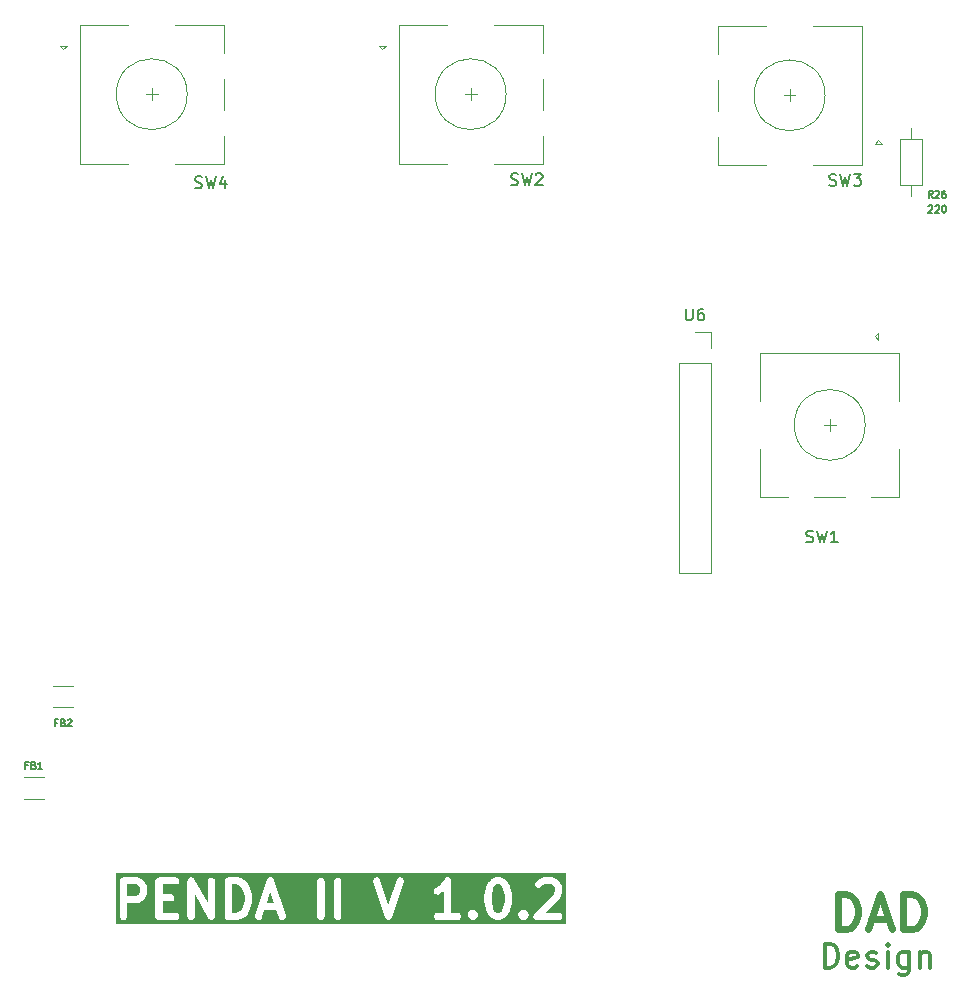
<source format=gbr>
%TF.GenerationSoftware,KiCad,Pcbnew,9.0.1*%
%TF.CreationDate,2025-05-23T09:46:46+02:00*%
%TF.ProjectId,PENDAII-Hardware,50454e44-4149-4492-9d48-617264776172,rev?*%
%TF.SameCoordinates,Original*%
%TF.FileFunction,Legend,Top*%
%TF.FilePolarity,Positive*%
%FSLAX46Y46*%
G04 Gerber Fmt 4.6, Leading zero omitted, Abs format (unit mm)*
G04 Created by KiCad (PCBNEW 9.0.1) date 2025-05-23 09:46:46*
%MOMM*%
%LPD*%
G01*
G04 APERTURE LIST*
%ADD10C,0.300000*%
%ADD11C,0.600000*%
%ADD12C,0.150000*%
%ADD13C,0.120000*%
G04 APERTURE END LIST*
D10*
X111973558Y-116439638D02*
X111973558Y-114439638D01*
X111973558Y-114439638D02*
X112449748Y-114439638D01*
X112449748Y-114439638D02*
X112735463Y-114534876D01*
X112735463Y-114534876D02*
X112925939Y-114725352D01*
X112925939Y-114725352D02*
X113021177Y-114915828D01*
X113021177Y-114915828D02*
X113116415Y-115296780D01*
X113116415Y-115296780D02*
X113116415Y-115582495D01*
X113116415Y-115582495D02*
X113021177Y-115963447D01*
X113021177Y-115963447D02*
X112925939Y-116153923D01*
X112925939Y-116153923D02*
X112735463Y-116344400D01*
X112735463Y-116344400D02*
X112449748Y-116439638D01*
X112449748Y-116439638D02*
X111973558Y-116439638D01*
X114735463Y-116344400D02*
X114544987Y-116439638D01*
X114544987Y-116439638D02*
X114164034Y-116439638D01*
X114164034Y-116439638D02*
X113973558Y-116344400D01*
X113973558Y-116344400D02*
X113878320Y-116153923D01*
X113878320Y-116153923D02*
X113878320Y-115392019D01*
X113878320Y-115392019D02*
X113973558Y-115201542D01*
X113973558Y-115201542D02*
X114164034Y-115106304D01*
X114164034Y-115106304D02*
X114544987Y-115106304D01*
X114544987Y-115106304D02*
X114735463Y-115201542D01*
X114735463Y-115201542D02*
X114830701Y-115392019D01*
X114830701Y-115392019D02*
X114830701Y-115582495D01*
X114830701Y-115582495D02*
X113878320Y-115772971D01*
X115592606Y-116344400D02*
X115783082Y-116439638D01*
X115783082Y-116439638D02*
X116164034Y-116439638D01*
X116164034Y-116439638D02*
X116354511Y-116344400D01*
X116354511Y-116344400D02*
X116449749Y-116153923D01*
X116449749Y-116153923D02*
X116449749Y-116058685D01*
X116449749Y-116058685D02*
X116354511Y-115868209D01*
X116354511Y-115868209D02*
X116164034Y-115772971D01*
X116164034Y-115772971D02*
X115878320Y-115772971D01*
X115878320Y-115772971D02*
X115687844Y-115677733D01*
X115687844Y-115677733D02*
X115592606Y-115487257D01*
X115592606Y-115487257D02*
X115592606Y-115392019D01*
X115592606Y-115392019D02*
X115687844Y-115201542D01*
X115687844Y-115201542D02*
X115878320Y-115106304D01*
X115878320Y-115106304D02*
X116164034Y-115106304D01*
X116164034Y-115106304D02*
X116354511Y-115201542D01*
X117306892Y-116439638D02*
X117306892Y-115106304D01*
X117306892Y-114439638D02*
X117211654Y-114534876D01*
X117211654Y-114534876D02*
X117306892Y-114630114D01*
X117306892Y-114630114D02*
X117402130Y-114534876D01*
X117402130Y-114534876D02*
X117306892Y-114439638D01*
X117306892Y-114439638D02*
X117306892Y-114630114D01*
X119116416Y-115106304D02*
X119116416Y-116725352D01*
X119116416Y-116725352D02*
X119021178Y-116915828D01*
X119021178Y-116915828D02*
X118925940Y-117011066D01*
X118925940Y-117011066D02*
X118735463Y-117106304D01*
X118735463Y-117106304D02*
X118449749Y-117106304D01*
X118449749Y-117106304D02*
X118259273Y-117011066D01*
X119116416Y-116344400D02*
X118925940Y-116439638D01*
X118925940Y-116439638D02*
X118544987Y-116439638D01*
X118544987Y-116439638D02*
X118354511Y-116344400D01*
X118354511Y-116344400D02*
X118259273Y-116249161D01*
X118259273Y-116249161D02*
X118164035Y-116058685D01*
X118164035Y-116058685D02*
X118164035Y-115487257D01*
X118164035Y-115487257D02*
X118259273Y-115296780D01*
X118259273Y-115296780D02*
X118354511Y-115201542D01*
X118354511Y-115201542D02*
X118544987Y-115106304D01*
X118544987Y-115106304D02*
X118925940Y-115106304D01*
X118925940Y-115106304D02*
X119116416Y-115201542D01*
X120068797Y-115106304D02*
X120068797Y-116439638D01*
X120068797Y-115296780D02*
X120164035Y-115201542D01*
X120164035Y-115201542D02*
X120354511Y-115106304D01*
X120354511Y-115106304D02*
X120640226Y-115106304D01*
X120640226Y-115106304D02*
X120830702Y-115201542D01*
X120830702Y-115201542D02*
X120925940Y-115392019D01*
X120925940Y-115392019D02*
X120925940Y-116439638D01*
D11*
G36*
X62446967Y-109506724D02*
G01*
X62648180Y-109707936D01*
X62754536Y-109920649D01*
X62880450Y-110424303D01*
X62880450Y-110779010D01*
X62754536Y-111282664D01*
X62648180Y-111495377D01*
X62446966Y-111696590D01*
X62131767Y-111801657D01*
X61766164Y-111801657D01*
X61766164Y-109401657D01*
X62131767Y-109401657D01*
X62446967Y-109506724D01*
G37*
G36*
X84574169Y-109491070D02*
G01*
X84648179Y-109565079D01*
X84754535Y-109777792D01*
X84880449Y-110281446D01*
X84880449Y-110921867D01*
X84754535Y-111425521D01*
X84648179Y-111638234D01*
X84574169Y-111712244D01*
X84395343Y-111801657D01*
X84251269Y-111801657D01*
X84072443Y-111712244D01*
X83998433Y-111638234D01*
X83892076Y-111425520D01*
X83766163Y-110921867D01*
X83766163Y-110281446D01*
X83892076Y-109777791D01*
X83998432Y-109565079D01*
X84072442Y-109491070D01*
X84251269Y-109401657D01*
X84395343Y-109401657D01*
X84574169Y-109491070D01*
G37*
G36*
X65335651Y-110944514D02*
G01*
X64739535Y-110944514D01*
X65037592Y-110050340D01*
X65335651Y-110944514D01*
G37*
G36*
X53859885Y-109491070D02*
G01*
X53933894Y-109565079D01*
X54023307Y-109743905D01*
X54023307Y-110030837D01*
X53933894Y-110209663D01*
X53859885Y-110283671D01*
X53681058Y-110373085D01*
X52909021Y-110373085D01*
X52909021Y-109401657D01*
X53681058Y-109401657D01*
X53859885Y-109491070D01*
G37*
G36*
X90099496Y-112734990D02*
G01*
X51975688Y-112734990D01*
X51975688Y-109101657D01*
X52309021Y-109101657D01*
X52309021Y-112101657D01*
X52311588Y-112140815D01*
X52331857Y-112216462D01*
X52371015Y-112284285D01*
X52426393Y-112339663D01*
X52494216Y-112378821D01*
X52569863Y-112399090D01*
X52648179Y-112399090D01*
X52723826Y-112378821D01*
X52791649Y-112339663D01*
X52847027Y-112284285D01*
X52886185Y-112216462D01*
X52906454Y-112140815D01*
X52909021Y-112101657D01*
X52909021Y-110973085D01*
X53751878Y-110973085D01*
X53768054Y-110972024D01*
X53773144Y-110972330D01*
X53777739Y-110971389D01*
X53791036Y-110970518D01*
X53820249Y-110962690D01*
X53849870Y-110956629D01*
X53862148Y-110951464D01*
X53866683Y-110950249D01*
X53871102Y-110947697D01*
X53886042Y-110941413D01*
X54171757Y-110798556D01*
X54205633Y-110778748D01*
X54212393Y-110772753D01*
X54220221Y-110768234D01*
X54249725Y-110742360D01*
X54392582Y-110599503D01*
X54418456Y-110569999D01*
X54422975Y-110562171D01*
X54428970Y-110555411D01*
X54448778Y-110521535D01*
X54591635Y-110235821D01*
X54597919Y-110220881D01*
X54600471Y-110216462D01*
X54601686Y-110211927D01*
X54606851Y-110199649D01*
X54612912Y-110170027D01*
X54620740Y-110140815D01*
X54621611Y-110127519D01*
X54622552Y-110122924D01*
X54622246Y-110117834D01*
X54623307Y-110101657D01*
X54623307Y-109673085D01*
X54622246Y-109656907D01*
X54622552Y-109651818D01*
X54621611Y-109647222D01*
X54620740Y-109633927D01*
X54612912Y-109604714D01*
X54606851Y-109575093D01*
X54601686Y-109562814D01*
X54600471Y-109558280D01*
X54597919Y-109553860D01*
X54591635Y-109538921D01*
X54448778Y-109253207D01*
X54428970Y-109219331D01*
X54422975Y-109212570D01*
X54418456Y-109204743D01*
X54392582Y-109175239D01*
X54319000Y-109101657D01*
X55309021Y-109101657D01*
X55309021Y-112101657D01*
X55311588Y-112140815D01*
X55331857Y-112216462D01*
X55371015Y-112284285D01*
X55426393Y-112339663D01*
X55494216Y-112378821D01*
X55569863Y-112399090D01*
X55609021Y-112401657D01*
X57037593Y-112401657D01*
X57076751Y-112399090D01*
X57152398Y-112378821D01*
X57220221Y-112339663D01*
X57275599Y-112284285D01*
X57314757Y-112216462D01*
X57335026Y-112140815D01*
X57335026Y-112062499D01*
X57314757Y-111986852D01*
X57275599Y-111919029D01*
X57220221Y-111863651D01*
X57152398Y-111824493D01*
X57076751Y-111804224D01*
X57037593Y-111801657D01*
X55909021Y-111801657D01*
X55909021Y-110830228D01*
X56609021Y-110830228D01*
X56648179Y-110827661D01*
X56723826Y-110807392D01*
X56791649Y-110768234D01*
X56847027Y-110712856D01*
X56886185Y-110645033D01*
X56906454Y-110569386D01*
X56906454Y-110491070D01*
X56886185Y-110415423D01*
X56847027Y-110347600D01*
X56791649Y-110292222D01*
X56723826Y-110253064D01*
X56648179Y-110232795D01*
X56609021Y-110230228D01*
X55909021Y-110230228D01*
X55909021Y-109401657D01*
X57037593Y-109401657D01*
X57076751Y-109399090D01*
X57152398Y-109378821D01*
X57220221Y-109339663D01*
X57275599Y-109284285D01*
X57314757Y-109216462D01*
X57335026Y-109140815D01*
X57335026Y-109101657D01*
X58023307Y-109101657D01*
X58023307Y-112101657D01*
X58025874Y-112140815D01*
X58046143Y-112216462D01*
X58085301Y-112284285D01*
X58140679Y-112339663D01*
X58208502Y-112378821D01*
X58284149Y-112399090D01*
X58362465Y-112399090D01*
X58438112Y-112378821D01*
X58505935Y-112339663D01*
X58561313Y-112284285D01*
X58600471Y-112216462D01*
X58620740Y-112140815D01*
X58623307Y-112101657D01*
X58623307Y-110231326D01*
X59777120Y-112250498D01*
X59798776Y-112283223D01*
X59799249Y-112283701D01*
X59799587Y-112284285D01*
X59826787Y-112311485D01*
X59853906Y-112338847D01*
X59854489Y-112339187D01*
X59854965Y-112339663D01*
X59888379Y-112358954D01*
X59921555Y-112378306D01*
X59922201Y-112378482D01*
X59922788Y-112378821D01*
X59960049Y-112388804D01*
X59997111Y-112398913D01*
X59997785Y-112398916D01*
X59998435Y-112399090D01*
X60036829Y-112399090D01*
X60075426Y-112399262D01*
X60076080Y-112399090D01*
X60076751Y-112399090D01*
X60113946Y-112389123D01*
X60151162Y-112379329D01*
X60151744Y-112378996D01*
X60152398Y-112378821D01*
X60185851Y-112359506D01*
X60219160Y-112340473D01*
X60219637Y-112340000D01*
X60220221Y-112339663D01*
X60247479Y-112312404D01*
X60274783Y-112285343D01*
X60275121Y-112284762D01*
X60275599Y-112284285D01*
X60294918Y-112250822D01*
X60314242Y-112217695D01*
X60314418Y-112217048D01*
X60314757Y-112216462D01*
X60324748Y-112179171D01*
X60334849Y-112142138D01*
X60334852Y-112141464D01*
X60335026Y-112140815D01*
X60337593Y-112101657D01*
X60337593Y-109101657D01*
X61166164Y-109101657D01*
X61166164Y-112101657D01*
X61168731Y-112140815D01*
X61189000Y-112216462D01*
X61228158Y-112284285D01*
X61283536Y-112339663D01*
X61351359Y-112378821D01*
X61427006Y-112399090D01*
X61466164Y-112401657D01*
X62180450Y-112401657D01*
X62219608Y-112399090D01*
X62228335Y-112396751D01*
X62237358Y-112396210D01*
X62275318Y-112386262D01*
X62703889Y-112243405D01*
X62718898Y-112237284D01*
X62723826Y-112235964D01*
X62727890Y-112233617D01*
X62740226Y-112228587D01*
X62765456Y-112211928D01*
X62791649Y-112196806D01*
X62801668Y-112188019D01*
X62805581Y-112185436D01*
X62808962Y-112181622D01*
X62821153Y-112170932D01*
X62869161Y-112122924D01*
X63738348Y-112122924D01*
X63754049Y-112199649D01*
X63789073Y-112269697D01*
X63841032Y-112328293D01*
X63906388Y-112371444D01*
X63980685Y-112396210D01*
X64058860Y-112400902D01*
X64135585Y-112385201D01*
X64205633Y-112350177D01*
X64264229Y-112298218D01*
X64307380Y-112232862D01*
X64322198Y-112196525D01*
X64539535Y-111544514D01*
X65535651Y-111544514D01*
X65752988Y-112196526D01*
X65767806Y-112232862D01*
X65810957Y-112298218D01*
X65869553Y-112350178D01*
X65939601Y-112385202D01*
X66016326Y-112400903D01*
X66094501Y-112396210D01*
X66168798Y-112371444D01*
X66234154Y-112328294D01*
X66286113Y-112269698D01*
X66321137Y-112199649D01*
X66336838Y-112122924D01*
X66332146Y-112044749D01*
X66322198Y-112006789D01*
X65353821Y-109101657D01*
X69023307Y-109101657D01*
X69023307Y-112101657D01*
X69025874Y-112140815D01*
X69046143Y-112216462D01*
X69085301Y-112284285D01*
X69140679Y-112339663D01*
X69208502Y-112378821D01*
X69284149Y-112399090D01*
X69362465Y-112399090D01*
X69438112Y-112378821D01*
X69505935Y-112339663D01*
X69561313Y-112284285D01*
X69600471Y-112216462D01*
X69620740Y-112140815D01*
X69623307Y-112101657D01*
X69623307Y-109101657D01*
X70451878Y-109101657D01*
X70451878Y-112101657D01*
X70454445Y-112140815D01*
X70474714Y-112216462D01*
X70513872Y-112284285D01*
X70569250Y-112339663D01*
X70637073Y-112378821D01*
X70712720Y-112399090D01*
X70791036Y-112399090D01*
X70866683Y-112378821D01*
X70934506Y-112339663D01*
X70989884Y-112284285D01*
X71029042Y-112216462D01*
X71049311Y-112140815D01*
X71051878Y-112101657D01*
X71051878Y-109101657D01*
X71050484Y-109080390D01*
X73738347Y-109080390D01*
X73743039Y-109158565D01*
X73752987Y-109196525D01*
X74752987Y-112196526D01*
X74753833Y-112198602D01*
X74754048Y-112199649D01*
X74755200Y-112201954D01*
X74767805Y-112232862D01*
X74779545Y-112250644D01*
X74789072Y-112269697D01*
X74801025Y-112283177D01*
X74810956Y-112298218D01*
X74826897Y-112312354D01*
X74841031Y-112328293D01*
X74856068Y-112338221D01*
X74869552Y-112350178D01*
X74888611Y-112359707D01*
X74906387Y-112371444D01*
X74923478Y-112377141D01*
X74939600Y-112385202D01*
X74960477Y-112389474D01*
X74980684Y-112396210D01*
X74998666Y-112397289D01*
X75016325Y-112400903D01*
X75037598Y-112399625D01*
X75058859Y-112400902D01*
X75076509Y-112397290D01*
X75094500Y-112396210D01*
X75114714Y-112389471D01*
X75135584Y-112385201D01*
X75151699Y-112377143D01*
X75168797Y-112371444D01*
X75186580Y-112359702D01*
X75205632Y-112350177D01*
X75219108Y-112338226D01*
X75234153Y-112328294D01*
X75248291Y-112312349D01*
X75264228Y-112298218D01*
X75274155Y-112283181D01*
X75286112Y-112269698D01*
X75295639Y-112250641D01*
X75307379Y-112232862D01*
X75319981Y-112201958D01*
X75321136Y-112199649D01*
X75321350Y-112198600D01*
X75322197Y-112196525D01*
X76061016Y-109980068D01*
X78881204Y-109980068D01*
X78896905Y-110056793D01*
X78931929Y-110126841D01*
X78983889Y-110185437D01*
X79049244Y-110228587D01*
X79123542Y-110253353D01*
X79201717Y-110258045D01*
X79278442Y-110242344D01*
X79314614Y-110227128D01*
X79600327Y-110084270D01*
X79634203Y-110064462D01*
X79640963Y-110058467D01*
X79648791Y-110053948D01*
X79678295Y-110028074D01*
X79737592Y-109968777D01*
X79737592Y-111801657D01*
X79180449Y-111801657D01*
X79141291Y-111804224D01*
X79065644Y-111824493D01*
X78997821Y-111863651D01*
X78942443Y-111919029D01*
X78903285Y-111986852D01*
X78883016Y-112062499D01*
X78883016Y-112140815D01*
X78903285Y-112216462D01*
X78942443Y-112284285D01*
X78997821Y-112339663D01*
X79065644Y-112378821D01*
X79141291Y-112399090D01*
X79180449Y-112401657D01*
X80894735Y-112401657D01*
X80933893Y-112399090D01*
X81009540Y-112378821D01*
X81077363Y-112339663D01*
X81132741Y-112284285D01*
X81171899Y-112216462D01*
X81192168Y-112140815D01*
X81192168Y-112062499D01*
X81171899Y-111986852D01*
X81133095Y-111919643D01*
X81740159Y-111919643D01*
X81740159Y-111997959D01*
X81760428Y-112073606D01*
X81776624Y-112101657D01*
X81799586Y-112141428D01*
X81825460Y-112170932D01*
X81968317Y-112313789D01*
X81997821Y-112339663D01*
X82065644Y-112378821D01*
X82141291Y-112399090D01*
X82219607Y-112399090D01*
X82295254Y-112378821D01*
X82363077Y-112339663D01*
X82392581Y-112313789D01*
X82535438Y-112170932D01*
X82561312Y-112141428D01*
X82584274Y-112101657D01*
X82600470Y-112073606D01*
X82620739Y-111997959D01*
X82620739Y-111919643D01*
X82620575Y-111919029D01*
X82600470Y-111843995D01*
X82561312Y-111776172D01*
X82561304Y-111776164D01*
X82535439Y-111746669D01*
X82392582Y-111603811D01*
X82363078Y-111577937D01*
X82363077Y-111577936D01*
X82329032Y-111558280D01*
X82295255Y-111538778D01*
X82219608Y-111518509D01*
X82219607Y-111518509D01*
X82219606Y-111518509D01*
X82141290Y-111518509D01*
X82065643Y-111538778D01*
X82031866Y-111558280D01*
X81997821Y-111577936D01*
X81997820Y-111577937D01*
X81968316Y-111603811D01*
X81825459Y-111746669D01*
X81799593Y-111776164D01*
X81799586Y-111776172D01*
X81760428Y-111843995D01*
X81740324Y-111919029D01*
X81740159Y-111919643D01*
X81133095Y-111919643D01*
X81132741Y-111919029D01*
X81077363Y-111863651D01*
X81009540Y-111824493D01*
X80933893Y-111804224D01*
X80894735Y-111801657D01*
X80337592Y-111801657D01*
X80337592Y-110244514D01*
X83166163Y-110244514D01*
X83166163Y-110958800D01*
X83168171Y-110989445D01*
X83168113Y-110992949D01*
X83168564Y-110995439D01*
X83168730Y-110997958D01*
X83169634Y-111001334D01*
X83175120Y-111031561D01*
X83317977Y-111602989D01*
X83324426Y-111623092D01*
X83325476Y-111628220D01*
X83327986Y-111634187D01*
X83329965Y-111640355D01*
X83332506Y-111644933D01*
X83340692Y-111664392D01*
X83483549Y-111950106D01*
X83503357Y-111983982D01*
X83509351Y-111990742D01*
X83513871Y-111998570D01*
X83539745Y-112028074D01*
X83682603Y-112170932D01*
X83712107Y-112196806D01*
X83719934Y-112201325D01*
X83726695Y-112207320D01*
X83760571Y-112227128D01*
X84046285Y-112369985D01*
X84061224Y-112376269D01*
X84065644Y-112378821D01*
X84070178Y-112380036D01*
X84082457Y-112385201D01*
X84112078Y-112391262D01*
X84141291Y-112399090D01*
X84154586Y-112399961D01*
X84159182Y-112400902D01*
X84164271Y-112400596D01*
X84180449Y-112401657D01*
X84466163Y-112401657D01*
X84482340Y-112400596D01*
X84487430Y-112400902D01*
X84492025Y-112399961D01*
X84505321Y-112399090D01*
X84534533Y-112391262D01*
X84564155Y-112385201D01*
X84576433Y-112380036D01*
X84580968Y-112378821D01*
X84585387Y-112376269D01*
X84600327Y-112369985D01*
X84886041Y-112227128D01*
X84919917Y-112207320D01*
X84926677Y-112201325D01*
X84934505Y-112196806D01*
X84964009Y-112170932D01*
X85106867Y-112028074D01*
X85132741Y-111998570D01*
X85137260Y-111990742D01*
X85143255Y-111983982D01*
X85163063Y-111950106D01*
X85178295Y-111919643D01*
X86025873Y-111919643D01*
X86025873Y-111997959D01*
X86046142Y-112073606D01*
X86062338Y-112101657D01*
X86085300Y-112141428D01*
X86111174Y-112170932D01*
X86254031Y-112313789D01*
X86283535Y-112339663D01*
X86351358Y-112378821D01*
X86427005Y-112399090D01*
X86505321Y-112399090D01*
X86580968Y-112378821D01*
X86648791Y-112339663D01*
X86678295Y-112313789D01*
X86821152Y-112170932D01*
X86847026Y-112141428D01*
X86869988Y-112101657D01*
X86886184Y-112073606D01*
X86889160Y-112062499D01*
X87311587Y-112062499D01*
X87311587Y-112140815D01*
X87331856Y-112216462D01*
X87371014Y-112284285D01*
X87426392Y-112339663D01*
X87494215Y-112378821D01*
X87569862Y-112399090D01*
X87609020Y-112401657D01*
X89466163Y-112401657D01*
X89505321Y-112399090D01*
X89580968Y-112378821D01*
X89648791Y-112339663D01*
X89704169Y-112284285D01*
X89743327Y-112216462D01*
X89763596Y-112140815D01*
X89763596Y-112062499D01*
X89743327Y-111986852D01*
X89704169Y-111919029D01*
X89648791Y-111863651D01*
X89580968Y-111824493D01*
X89505321Y-111804224D01*
X89466163Y-111801657D01*
X88333284Y-111801657D01*
X89535438Y-110599503D01*
X89546125Y-110587316D01*
X89549942Y-110583932D01*
X89552527Y-110580015D01*
X89561312Y-110569999D01*
X89576432Y-110543809D01*
X89593093Y-110518576D01*
X89598123Y-110506240D01*
X89600470Y-110502176D01*
X89601790Y-110497248D01*
X89607911Y-110482239D01*
X89750768Y-110053669D01*
X89760715Y-110015709D01*
X89761256Y-110006689D01*
X89763596Y-109997958D01*
X89766163Y-109958800D01*
X89766163Y-109673085D01*
X89765102Y-109656907D01*
X89765408Y-109651818D01*
X89764467Y-109647222D01*
X89763596Y-109633927D01*
X89755768Y-109604714D01*
X89749707Y-109575093D01*
X89744542Y-109562814D01*
X89743327Y-109558280D01*
X89740775Y-109553860D01*
X89734491Y-109538921D01*
X89591634Y-109253207D01*
X89571826Y-109219331D01*
X89565831Y-109212570D01*
X89561312Y-109204743D01*
X89535438Y-109175239D01*
X89392581Y-109032382D01*
X89363077Y-109006508D01*
X89355249Y-109001988D01*
X89348489Y-108995994D01*
X89314613Y-108976186D01*
X89028898Y-108833329D01*
X89013958Y-108827044D01*
X89009539Y-108824493D01*
X89005004Y-108823277D01*
X88992726Y-108818113D01*
X88963105Y-108812051D01*
X88933892Y-108804224D01*
X88920595Y-108803352D01*
X88916000Y-108802412D01*
X88910910Y-108802717D01*
X88894734Y-108801657D01*
X88180449Y-108801657D01*
X88164272Y-108802717D01*
X88159183Y-108802412D01*
X88154587Y-108803352D01*
X88141291Y-108804224D01*
X88112077Y-108812051D01*
X88082457Y-108818113D01*
X88070178Y-108823277D01*
X88065644Y-108824493D01*
X88061224Y-108827044D01*
X88046285Y-108833329D01*
X87760570Y-108976186D01*
X87726694Y-108995994D01*
X87719933Y-109001988D01*
X87712106Y-109006508D01*
X87682602Y-109032382D01*
X87539745Y-109175239D01*
X87513871Y-109204743D01*
X87474713Y-109272566D01*
X87454444Y-109348213D01*
X87454444Y-109426529D01*
X87474713Y-109502176D01*
X87513871Y-109569999D01*
X87569249Y-109625377D01*
X87637072Y-109664535D01*
X87712719Y-109684804D01*
X87791035Y-109684804D01*
X87866682Y-109664535D01*
X87934505Y-109625377D01*
X87964009Y-109599503D01*
X88072441Y-109491070D01*
X88251269Y-109401657D01*
X88823914Y-109401657D01*
X89002741Y-109491070D01*
X89076750Y-109565079D01*
X89166163Y-109743905D01*
X89166163Y-109910117D01*
X89061096Y-110225316D01*
X87396888Y-111889525D01*
X87371014Y-111919029D01*
X87331856Y-111986852D01*
X87311587Y-112062499D01*
X86889160Y-112062499D01*
X86906453Y-111997959D01*
X86906453Y-111919643D01*
X86906289Y-111919029D01*
X86886184Y-111843995D01*
X86847026Y-111776172D01*
X86847018Y-111776164D01*
X86821153Y-111746669D01*
X86678296Y-111603811D01*
X86648792Y-111577937D01*
X86648791Y-111577936D01*
X86614746Y-111558280D01*
X86580969Y-111538778D01*
X86505322Y-111518509D01*
X86505321Y-111518509D01*
X86505320Y-111518509D01*
X86427004Y-111518509D01*
X86351357Y-111538778D01*
X86317580Y-111558280D01*
X86283535Y-111577936D01*
X86283534Y-111577937D01*
X86254030Y-111603811D01*
X86111173Y-111746669D01*
X86085307Y-111776164D01*
X86085300Y-111776172D01*
X86046142Y-111843995D01*
X86026038Y-111919029D01*
X86025873Y-111919643D01*
X85178295Y-111919643D01*
X85305920Y-111664392D01*
X85314105Y-111644933D01*
X85316647Y-111640355D01*
X85318625Y-111634187D01*
X85321136Y-111628220D01*
X85322185Y-111623092D01*
X85328635Y-111602989D01*
X85471492Y-111031560D01*
X85476977Y-111001335D01*
X85477882Y-110997958D01*
X85478047Y-110995438D01*
X85478499Y-110992949D01*
X85478440Y-110989445D01*
X85480449Y-110958800D01*
X85480449Y-110244514D01*
X85478440Y-110213868D01*
X85478499Y-110210364D01*
X85478047Y-110207873D01*
X85477882Y-110205356D01*
X85476977Y-110201980D01*
X85471492Y-110171753D01*
X85328635Y-109600324D01*
X85322185Y-109580220D01*
X85321136Y-109575093D01*
X85318625Y-109569125D01*
X85316647Y-109562958D01*
X85314105Y-109558379D01*
X85305920Y-109538921D01*
X85163063Y-109253207D01*
X85143255Y-109219331D01*
X85137259Y-109212569D01*
X85132740Y-109204742D01*
X85106866Y-109175238D01*
X84964008Y-109032381D01*
X84934504Y-109006508D01*
X84926679Y-109001990D01*
X84919917Y-108995994D01*
X84886041Y-108976186D01*
X84600327Y-108833329D01*
X84585387Y-108827044D01*
X84580968Y-108824493D01*
X84576433Y-108823277D01*
X84564155Y-108818113D01*
X84534533Y-108812051D01*
X84505321Y-108804224D01*
X84492025Y-108803352D01*
X84487430Y-108802412D01*
X84482340Y-108802717D01*
X84466163Y-108801657D01*
X84180449Y-108801657D01*
X84164271Y-108802717D01*
X84159182Y-108802412D01*
X84154586Y-108803352D01*
X84141291Y-108804224D01*
X84112078Y-108812051D01*
X84082457Y-108818113D01*
X84070178Y-108823277D01*
X84065644Y-108824493D01*
X84061224Y-108827044D01*
X84046285Y-108833329D01*
X83760571Y-108976186D01*
X83726695Y-108995994D01*
X83719932Y-109001990D01*
X83712108Y-109006508D01*
X83682604Y-109032381D01*
X83539746Y-109175238D01*
X83513872Y-109204742D01*
X83509352Y-109212569D01*
X83503357Y-109219331D01*
X83483549Y-109253207D01*
X83340692Y-109538921D01*
X83332504Y-109558383D01*
X83329965Y-109562959D01*
X83327987Y-109569121D01*
X83325476Y-109575093D01*
X83324426Y-109580223D01*
X83317977Y-109600325D01*
X83175120Y-110171753D01*
X83169634Y-110201979D01*
X83168730Y-110205356D01*
X83168564Y-110207874D01*
X83168113Y-110210365D01*
X83168171Y-110213868D01*
X83166163Y-110244514D01*
X80337592Y-110244514D01*
X80337592Y-109101657D01*
X80336609Y-109086673D01*
X80336929Y-109081723D01*
X80335971Y-109076934D01*
X80335025Y-109062499D01*
X80327371Y-109033933D01*
X80321570Y-109004928D01*
X80317268Y-108996227D01*
X80314756Y-108986852D01*
X80299966Y-108961235D01*
X80286858Y-108934725D01*
X80280451Y-108927435D01*
X80275598Y-108919029D01*
X80254679Y-108898110D01*
X80235159Y-108875899D01*
X80227085Y-108870516D01*
X80220220Y-108863651D01*
X80194598Y-108848858D01*
X80169997Y-108832457D01*
X80160804Y-108829347D01*
X80152397Y-108824493D01*
X80123828Y-108816838D01*
X80095811Y-108807360D01*
X80086122Y-108806735D01*
X80076750Y-108804224D01*
X80047182Y-108804224D01*
X80017658Y-108802320D01*
X80008139Y-108804224D01*
X79998434Y-108804224D01*
X79969859Y-108811880D01*
X79940863Y-108817680D01*
X79932166Y-108821979D01*
X79922787Y-108824493D01*
X79897165Y-108839285D01*
X79870660Y-108852391D01*
X79863370Y-108858797D01*
X79854964Y-108863651D01*
X79834045Y-108884569D01*
X79811834Y-108904090D01*
X79803039Y-108915575D01*
X79799586Y-108919029D01*
X79797105Y-108923325D01*
X79787977Y-108935247D01*
X79518741Y-109339100D01*
X79288455Y-109569385D01*
X79046284Y-109690472D01*
X79012408Y-109710280D01*
X78953812Y-109762240D01*
X78910662Y-109827595D01*
X78885896Y-109901893D01*
X78881204Y-109980068D01*
X76061016Y-109980068D01*
X76322197Y-109196525D01*
X76332145Y-109158565D01*
X76336837Y-109080390D01*
X76321136Y-109003665D01*
X76286112Y-108933616D01*
X76234153Y-108875020D01*
X76168797Y-108831870D01*
X76094500Y-108807104D01*
X76016325Y-108802411D01*
X75939600Y-108818112D01*
X75869552Y-108853136D01*
X75810956Y-108905096D01*
X75767805Y-108970452D01*
X75752987Y-109006788D01*
X75037591Y-111152973D01*
X74322197Y-109006789D01*
X74307379Y-108970452D01*
X74264228Y-108905096D01*
X74205632Y-108853137D01*
X74135584Y-108818113D01*
X74058859Y-108802412D01*
X73980684Y-108807104D01*
X73906387Y-108831870D01*
X73841031Y-108875021D01*
X73789072Y-108933617D01*
X73754048Y-109003665D01*
X73738347Y-109080390D01*
X71050484Y-109080390D01*
X71049311Y-109062499D01*
X71029042Y-108986852D01*
X70989884Y-108919029D01*
X70934506Y-108863651D01*
X70866683Y-108824493D01*
X70791036Y-108804224D01*
X70712720Y-108804224D01*
X70637073Y-108824493D01*
X70569250Y-108863651D01*
X70513872Y-108919029D01*
X70474714Y-108986852D01*
X70454445Y-109062499D01*
X70451878Y-109101657D01*
X69623307Y-109101657D01*
X69620740Y-109062499D01*
X69600471Y-108986852D01*
X69561313Y-108919029D01*
X69505935Y-108863651D01*
X69438112Y-108824493D01*
X69362465Y-108804224D01*
X69284149Y-108804224D01*
X69208502Y-108824493D01*
X69140679Y-108863651D01*
X69085301Y-108919029D01*
X69046143Y-108986852D01*
X69025874Y-109062499D01*
X69023307Y-109101657D01*
X65353821Y-109101657D01*
X65322198Y-109006789D01*
X65321351Y-109004713D01*
X65321137Y-109003665D01*
X65319982Y-109001355D01*
X65307380Y-108970452D01*
X65295640Y-108952672D01*
X65286113Y-108933616D01*
X65274156Y-108920132D01*
X65264229Y-108905096D01*
X65248292Y-108890964D01*
X65234154Y-108875020D01*
X65219109Y-108865087D01*
X65205633Y-108853137D01*
X65186581Y-108843611D01*
X65168798Y-108831870D01*
X65151700Y-108826170D01*
X65135585Y-108818113D01*
X65114715Y-108813842D01*
X65094501Y-108807104D01*
X65076510Y-108806023D01*
X65058860Y-108802412D01*
X65037599Y-108803688D01*
X65016326Y-108802411D01*
X64998667Y-108806024D01*
X64980685Y-108807104D01*
X64960478Y-108813839D01*
X64939601Y-108818112D01*
X64923479Y-108826172D01*
X64906388Y-108831870D01*
X64888612Y-108843606D01*
X64869553Y-108853136D01*
X64856069Y-108865092D01*
X64841032Y-108875021D01*
X64826898Y-108890959D01*
X64810957Y-108905096D01*
X64801026Y-108920136D01*
X64789073Y-108933617D01*
X64779546Y-108952669D01*
X64767806Y-108970452D01*
X64755201Y-109001359D01*
X64754049Y-109003665D01*
X64753834Y-109004711D01*
X64752988Y-109006788D01*
X63752988Y-112006789D01*
X63743040Y-112044749D01*
X63738348Y-112122924D01*
X62869161Y-112122924D01*
X63106868Y-111885217D01*
X63132742Y-111855713D01*
X63137261Y-111847885D01*
X63143256Y-111841125D01*
X63163064Y-111807249D01*
X63305921Y-111521535D01*
X63314106Y-111502076D01*
X63316648Y-111497498D01*
X63318626Y-111491330D01*
X63321137Y-111485363D01*
X63322186Y-111480235D01*
X63328636Y-111460132D01*
X63471493Y-110888703D01*
X63476978Y-110858475D01*
X63477883Y-110855100D01*
X63478048Y-110852582D01*
X63478500Y-110850092D01*
X63478441Y-110846587D01*
X63480450Y-110815942D01*
X63480450Y-110387371D01*
X63478441Y-110356725D01*
X63478500Y-110353221D01*
X63478048Y-110350730D01*
X63477883Y-110348213D01*
X63476978Y-110344837D01*
X63471493Y-110314610D01*
X63328636Y-109743181D01*
X63322186Y-109723077D01*
X63321137Y-109717950D01*
X63318626Y-109711982D01*
X63316648Y-109705815D01*
X63314106Y-109701236D01*
X63305921Y-109681778D01*
X63163064Y-109396064D01*
X63143256Y-109362188D01*
X63137260Y-109355426D01*
X63132741Y-109347599D01*
X63106867Y-109318095D01*
X62821153Y-109032382D01*
X62808962Y-109021691D01*
X62805581Y-109017878D01*
X62801668Y-109015294D01*
X62791649Y-109006508D01*
X62765456Y-108991385D01*
X62740226Y-108974727D01*
X62727890Y-108969696D01*
X62723826Y-108967350D01*
X62718898Y-108966029D01*
X62703889Y-108959909D01*
X62275318Y-108817052D01*
X62237358Y-108807104D01*
X62228335Y-108806562D01*
X62219608Y-108804224D01*
X62180450Y-108801657D01*
X61466164Y-108801657D01*
X61427006Y-108804224D01*
X61351359Y-108824493D01*
X61283536Y-108863651D01*
X61228158Y-108919029D01*
X61189000Y-108986852D01*
X61168731Y-109062499D01*
X61166164Y-109101657D01*
X60337593Y-109101657D01*
X60335026Y-109062499D01*
X60314757Y-108986852D01*
X60275599Y-108919029D01*
X60220221Y-108863651D01*
X60152398Y-108824493D01*
X60076751Y-108804224D01*
X59998435Y-108804224D01*
X59922788Y-108824493D01*
X59854965Y-108863651D01*
X59799587Y-108919029D01*
X59760429Y-108986852D01*
X59740160Y-109062499D01*
X59737593Y-109101657D01*
X59737593Y-110971987D01*
X58583780Y-108952815D01*
X58562123Y-108920090D01*
X58561650Y-108919612D01*
X58561313Y-108919029D01*
X58534111Y-108891827D01*
X58506993Y-108864466D01*
X58506409Y-108864125D01*
X58505935Y-108863651D01*
X58472640Y-108844428D01*
X58439345Y-108825007D01*
X58438695Y-108824829D01*
X58438112Y-108824493D01*
X58400924Y-108814528D01*
X58363788Y-108804401D01*
X58363114Y-108804397D01*
X58362465Y-108804224D01*
X58324070Y-108804224D01*
X58285474Y-108804052D01*
X58284820Y-108804224D01*
X58284149Y-108804224D01*
X58246953Y-108814190D01*
X58209738Y-108823985D01*
X58209155Y-108824317D01*
X58208502Y-108824493D01*
X58175048Y-108843807D01*
X58141740Y-108862841D01*
X58141262Y-108863313D01*
X58140679Y-108863651D01*
X58113477Y-108890852D01*
X58086116Y-108917971D01*
X58085775Y-108918554D01*
X58085301Y-108919029D01*
X58066078Y-108952323D01*
X58046657Y-108985619D01*
X58046479Y-108986268D01*
X58046143Y-108986852D01*
X58036178Y-109024039D01*
X58026051Y-109061176D01*
X58026047Y-109061849D01*
X58025874Y-109062499D01*
X58023307Y-109101657D01*
X57335026Y-109101657D01*
X57335026Y-109062499D01*
X57314757Y-108986852D01*
X57275599Y-108919029D01*
X57220221Y-108863651D01*
X57152398Y-108824493D01*
X57076751Y-108804224D01*
X57037593Y-108801657D01*
X55609021Y-108801657D01*
X55569863Y-108804224D01*
X55494216Y-108824493D01*
X55426393Y-108863651D01*
X55371015Y-108919029D01*
X55331857Y-108986852D01*
X55311588Y-109062499D01*
X55309021Y-109101657D01*
X54319000Y-109101657D01*
X54249725Y-109032382D01*
X54220221Y-109006508D01*
X54212393Y-109001988D01*
X54205633Y-108995994D01*
X54171757Y-108976186D01*
X53886042Y-108833329D01*
X53871102Y-108827044D01*
X53866683Y-108824493D01*
X53862148Y-108823277D01*
X53849870Y-108818113D01*
X53820249Y-108812051D01*
X53791036Y-108804224D01*
X53777739Y-108803352D01*
X53773144Y-108802412D01*
X53768054Y-108802717D01*
X53751878Y-108801657D01*
X52609021Y-108801657D01*
X52569863Y-108804224D01*
X52494216Y-108824493D01*
X52426393Y-108863651D01*
X52371015Y-108919029D01*
X52331857Y-108986852D01*
X52311588Y-109062499D01*
X52309021Y-109101657D01*
X51975688Y-109101657D01*
X51975688Y-108468324D01*
X90099496Y-108468324D01*
X90099496Y-112734990D01*
G37*
X113059021Y-113201657D02*
X113059021Y-110201657D01*
X113059021Y-110201657D02*
X113773307Y-110201657D01*
X113773307Y-110201657D02*
X114201878Y-110344514D01*
X114201878Y-110344514D02*
X114487593Y-110630228D01*
X114487593Y-110630228D02*
X114630450Y-110915942D01*
X114630450Y-110915942D02*
X114773307Y-111487371D01*
X114773307Y-111487371D02*
X114773307Y-111915942D01*
X114773307Y-111915942D02*
X114630450Y-112487371D01*
X114630450Y-112487371D02*
X114487593Y-112773085D01*
X114487593Y-112773085D02*
X114201878Y-113058800D01*
X114201878Y-113058800D02*
X113773307Y-113201657D01*
X113773307Y-113201657D02*
X113059021Y-113201657D01*
X115916164Y-112344514D02*
X117344736Y-112344514D01*
X115630450Y-113201657D02*
X116630450Y-110201657D01*
X116630450Y-110201657D02*
X117630450Y-113201657D01*
X118630450Y-113201657D02*
X118630450Y-110201657D01*
X118630450Y-110201657D02*
X119344736Y-110201657D01*
X119344736Y-110201657D02*
X119773307Y-110344514D01*
X119773307Y-110344514D02*
X120059022Y-110630228D01*
X120059022Y-110630228D02*
X120201879Y-110915942D01*
X120201879Y-110915942D02*
X120344736Y-111487371D01*
X120344736Y-111487371D02*
X120344736Y-111915942D01*
X120344736Y-111915942D02*
X120201879Y-112487371D01*
X120201879Y-112487371D02*
X120059022Y-112773085D01*
X120059022Y-112773085D02*
X119773307Y-113058800D01*
X119773307Y-113058800D02*
X119344736Y-113201657D01*
X119344736Y-113201657D02*
X118630450Y-113201657D01*
D12*
X112366667Y-50207200D02*
X112509524Y-50254819D01*
X112509524Y-50254819D02*
X112747619Y-50254819D01*
X112747619Y-50254819D02*
X112842857Y-50207200D01*
X112842857Y-50207200D02*
X112890476Y-50159580D01*
X112890476Y-50159580D02*
X112938095Y-50064342D01*
X112938095Y-50064342D02*
X112938095Y-49969104D01*
X112938095Y-49969104D02*
X112890476Y-49873866D01*
X112890476Y-49873866D02*
X112842857Y-49826247D01*
X112842857Y-49826247D02*
X112747619Y-49778628D01*
X112747619Y-49778628D02*
X112557143Y-49731009D01*
X112557143Y-49731009D02*
X112461905Y-49683390D01*
X112461905Y-49683390D02*
X112414286Y-49635771D01*
X112414286Y-49635771D02*
X112366667Y-49540533D01*
X112366667Y-49540533D02*
X112366667Y-49445295D01*
X112366667Y-49445295D02*
X112414286Y-49350057D01*
X112414286Y-49350057D02*
X112461905Y-49302438D01*
X112461905Y-49302438D02*
X112557143Y-49254819D01*
X112557143Y-49254819D02*
X112795238Y-49254819D01*
X112795238Y-49254819D02*
X112938095Y-49302438D01*
X113271429Y-49254819D02*
X113509524Y-50254819D01*
X113509524Y-50254819D02*
X113700000Y-49540533D01*
X113700000Y-49540533D02*
X113890476Y-50254819D01*
X113890476Y-50254819D02*
X114128572Y-49254819D01*
X114414286Y-49254819D02*
X115033333Y-49254819D01*
X115033333Y-49254819D02*
X114700000Y-49635771D01*
X114700000Y-49635771D02*
X114842857Y-49635771D01*
X114842857Y-49635771D02*
X114938095Y-49683390D01*
X114938095Y-49683390D02*
X114985714Y-49731009D01*
X114985714Y-49731009D02*
X115033333Y-49826247D01*
X115033333Y-49826247D02*
X115033333Y-50064342D01*
X115033333Y-50064342D02*
X114985714Y-50159580D01*
X114985714Y-50159580D02*
X114938095Y-50207200D01*
X114938095Y-50207200D02*
X114842857Y-50254819D01*
X114842857Y-50254819D02*
X114557143Y-50254819D01*
X114557143Y-50254819D02*
X114461905Y-50207200D01*
X114461905Y-50207200D02*
X114414286Y-50159580D01*
X121114285Y-51269771D02*
X120914285Y-50984057D01*
X120771428Y-51269771D02*
X120771428Y-50669771D01*
X120771428Y-50669771D02*
X120999999Y-50669771D01*
X120999999Y-50669771D02*
X121057142Y-50698342D01*
X121057142Y-50698342D02*
X121085713Y-50726914D01*
X121085713Y-50726914D02*
X121114285Y-50784057D01*
X121114285Y-50784057D02*
X121114285Y-50869771D01*
X121114285Y-50869771D02*
X121085713Y-50926914D01*
X121085713Y-50926914D02*
X121057142Y-50955485D01*
X121057142Y-50955485D02*
X120999999Y-50984057D01*
X120999999Y-50984057D02*
X120771428Y-50984057D01*
X121342856Y-50726914D02*
X121371428Y-50698342D01*
X121371428Y-50698342D02*
X121428571Y-50669771D01*
X121428571Y-50669771D02*
X121571428Y-50669771D01*
X121571428Y-50669771D02*
X121628571Y-50698342D01*
X121628571Y-50698342D02*
X121657142Y-50726914D01*
X121657142Y-50726914D02*
X121685713Y-50784057D01*
X121685713Y-50784057D02*
X121685713Y-50841200D01*
X121685713Y-50841200D02*
X121657142Y-50926914D01*
X121657142Y-50926914D02*
X121314285Y-51269771D01*
X121314285Y-51269771D02*
X121685713Y-51269771D01*
X122200000Y-50669771D02*
X122085714Y-50669771D01*
X122085714Y-50669771D02*
X122028571Y-50698342D01*
X122028571Y-50698342D02*
X122000000Y-50726914D01*
X122000000Y-50726914D02*
X121942857Y-50812628D01*
X121942857Y-50812628D02*
X121914285Y-50926914D01*
X121914285Y-50926914D02*
X121914285Y-51155485D01*
X121914285Y-51155485D02*
X121942857Y-51212628D01*
X121942857Y-51212628D02*
X121971428Y-51241200D01*
X121971428Y-51241200D02*
X122028571Y-51269771D01*
X122028571Y-51269771D02*
X122142857Y-51269771D01*
X122142857Y-51269771D02*
X122200000Y-51241200D01*
X122200000Y-51241200D02*
X122228571Y-51212628D01*
X122228571Y-51212628D02*
X122257142Y-51155485D01*
X122257142Y-51155485D02*
X122257142Y-51012628D01*
X122257142Y-51012628D02*
X122228571Y-50955485D01*
X122228571Y-50955485D02*
X122200000Y-50926914D01*
X122200000Y-50926914D02*
X122142857Y-50898342D01*
X122142857Y-50898342D02*
X122028571Y-50898342D01*
X122028571Y-50898342D02*
X121971428Y-50926914D01*
X121971428Y-50926914D02*
X121942857Y-50955485D01*
X121942857Y-50955485D02*
X121914285Y-51012628D01*
X120757142Y-51976914D02*
X120785714Y-51948342D01*
X120785714Y-51948342D02*
X120842857Y-51919771D01*
X120842857Y-51919771D02*
X120985714Y-51919771D01*
X120985714Y-51919771D02*
X121042857Y-51948342D01*
X121042857Y-51948342D02*
X121071428Y-51976914D01*
X121071428Y-51976914D02*
X121099999Y-52034057D01*
X121099999Y-52034057D02*
X121099999Y-52091200D01*
X121099999Y-52091200D02*
X121071428Y-52176914D01*
X121071428Y-52176914D02*
X120728571Y-52519771D01*
X120728571Y-52519771D02*
X121099999Y-52519771D01*
X121328571Y-51976914D02*
X121357143Y-51948342D01*
X121357143Y-51948342D02*
X121414286Y-51919771D01*
X121414286Y-51919771D02*
X121557143Y-51919771D01*
X121557143Y-51919771D02*
X121614286Y-51948342D01*
X121614286Y-51948342D02*
X121642857Y-51976914D01*
X121642857Y-51976914D02*
X121671428Y-52034057D01*
X121671428Y-52034057D02*
X121671428Y-52091200D01*
X121671428Y-52091200D02*
X121642857Y-52176914D01*
X121642857Y-52176914D02*
X121300000Y-52519771D01*
X121300000Y-52519771D02*
X121671428Y-52519771D01*
X122042857Y-51919771D02*
X122100000Y-51919771D01*
X122100000Y-51919771D02*
X122157143Y-51948342D01*
X122157143Y-51948342D02*
X122185715Y-51976914D01*
X122185715Y-51976914D02*
X122214286Y-52034057D01*
X122214286Y-52034057D02*
X122242857Y-52148342D01*
X122242857Y-52148342D02*
X122242857Y-52291200D01*
X122242857Y-52291200D02*
X122214286Y-52405485D01*
X122214286Y-52405485D02*
X122185715Y-52462628D01*
X122185715Y-52462628D02*
X122157143Y-52491200D01*
X122157143Y-52491200D02*
X122100000Y-52519771D01*
X122100000Y-52519771D02*
X122042857Y-52519771D01*
X122042857Y-52519771D02*
X121985715Y-52491200D01*
X121985715Y-52491200D02*
X121957143Y-52462628D01*
X121957143Y-52462628D02*
X121928572Y-52405485D01*
X121928572Y-52405485D02*
X121900000Y-52291200D01*
X121900000Y-52291200D02*
X121900000Y-52148342D01*
X121900000Y-52148342D02*
X121928572Y-52034057D01*
X121928572Y-52034057D02*
X121957143Y-51976914D01*
X121957143Y-51976914D02*
X121985715Y-51948342D01*
X121985715Y-51948342D02*
X122042857Y-51919771D01*
X100213095Y-60644819D02*
X100213095Y-61454342D01*
X100213095Y-61454342D02*
X100260714Y-61549580D01*
X100260714Y-61549580D02*
X100308333Y-61597200D01*
X100308333Y-61597200D02*
X100403571Y-61644819D01*
X100403571Y-61644819D02*
X100594047Y-61644819D01*
X100594047Y-61644819D02*
X100689285Y-61597200D01*
X100689285Y-61597200D02*
X100736904Y-61549580D01*
X100736904Y-61549580D02*
X100784523Y-61454342D01*
X100784523Y-61454342D02*
X100784523Y-60644819D01*
X101689285Y-60644819D02*
X101498809Y-60644819D01*
X101498809Y-60644819D02*
X101403571Y-60692438D01*
X101403571Y-60692438D02*
X101355952Y-60740057D01*
X101355952Y-60740057D02*
X101260714Y-60882914D01*
X101260714Y-60882914D02*
X101213095Y-61073390D01*
X101213095Y-61073390D02*
X101213095Y-61454342D01*
X101213095Y-61454342D02*
X101260714Y-61549580D01*
X101260714Y-61549580D02*
X101308333Y-61597200D01*
X101308333Y-61597200D02*
X101403571Y-61644819D01*
X101403571Y-61644819D02*
X101594047Y-61644819D01*
X101594047Y-61644819D02*
X101689285Y-61597200D01*
X101689285Y-61597200D02*
X101736904Y-61549580D01*
X101736904Y-61549580D02*
X101784523Y-61454342D01*
X101784523Y-61454342D02*
X101784523Y-61216247D01*
X101784523Y-61216247D02*
X101736904Y-61121009D01*
X101736904Y-61121009D02*
X101689285Y-61073390D01*
X101689285Y-61073390D02*
X101594047Y-61025771D01*
X101594047Y-61025771D02*
X101403571Y-61025771D01*
X101403571Y-61025771D02*
X101308333Y-61073390D01*
X101308333Y-61073390D02*
X101260714Y-61121009D01*
X101260714Y-61121009D02*
X101213095Y-61216247D01*
X44500000Y-99305485D02*
X44300000Y-99305485D01*
X44300000Y-99619771D02*
X44300000Y-99019771D01*
X44300000Y-99019771D02*
X44585714Y-99019771D01*
X45014286Y-99305485D02*
X45100000Y-99334057D01*
X45100000Y-99334057D02*
X45128571Y-99362628D01*
X45128571Y-99362628D02*
X45157143Y-99419771D01*
X45157143Y-99419771D02*
X45157143Y-99505485D01*
X45157143Y-99505485D02*
X45128571Y-99562628D01*
X45128571Y-99562628D02*
X45100000Y-99591200D01*
X45100000Y-99591200D02*
X45042857Y-99619771D01*
X45042857Y-99619771D02*
X44814286Y-99619771D01*
X44814286Y-99619771D02*
X44814286Y-99019771D01*
X44814286Y-99019771D02*
X45014286Y-99019771D01*
X45014286Y-99019771D02*
X45071429Y-99048342D01*
X45071429Y-99048342D02*
X45100000Y-99076914D01*
X45100000Y-99076914D02*
X45128571Y-99134057D01*
X45128571Y-99134057D02*
X45128571Y-99191200D01*
X45128571Y-99191200D02*
X45100000Y-99248342D01*
X45100000Y-99248342D02*
X45071429Y-99276914D01*
X45071429Y-99276914D02*
X45014286Y-99305485D01*
X45014286Y-99305485D02*
X44814286Y-99305485D01*
X45728571Y-99619771D02*
X45385714Y-99619771D01*
X45557143Y-99619771D02*
X45557143Y-99019771D01*
X45557143Y-99019771D02*
X45500000Y-99105485D01*
X45500000Y-99105485D02*
X45442857Y-99162628D01*
X45442857Y-99162628D02*
X45385714Y-99191200D01*
X85416667Y-50157200D02*
X85559524Y-50204819D01*
X85559524Y-50204819D02*
X85797619Y-50204819D01*
X85797619Y-50204819D02*
X85892857Y-50157200D01*
X85892857Y-50157200D02*
X85940476Y-50109580D01*
X85940476Y-50109580D02*
X85988095Y-50014342D01*
X85988095Y-50014342D02*
X85988095Y-49919104D01*
X85988095Y-49919104D02*
X85940476Y-49823866D01*
X85940476Y-49823866D02*
X85892857Y-49776247D01*
X85892857Y-49776247D02*
X85797619Y-49728628D01*
X85797619Y-49728628D02*
X85607143Y-49681009D01*
X85607143Y-49681009D02*
X85511905Y-49633390D01*
X85511905Y-49633390D02*
X85464286Y-49585771D01*
X85464286Y-49585771D02*
X85416667Y-49490533D01*
X85416667Y-49490533D02*
X85416667Y-49395295D01*
X85416667Y-49395295D02*
X85464286Y-49300057D01*
X85464286Y-49300057D02*
X85511905Y-49252438D01*
X85511905Y-49252438D02*
X85607143Y-49204819D01*
X85607143Y-49204819D02*
X85845238Y-49204819D01*
X85845238Y-49204819D02*
X85988095Y-49252438D01*
X86321429Y-49204819D02*
X86559524Y-50204819D01*
X86559524Y-50204819D02*
X86750000Y-49490533D01*
X86750000Y-49490533D02*
X86940476Y-50204819D01*
X86940476Y-50204819D02*
X87178572Y-49204819D01*
X87511905Y-49300057D02*
X87559524Y-49252438D01*
X87559524Y-49252438D02*
X87654762Y-49204819D01*
X87654762Y-49204819D02*
X87892857Y-49204819D01*
X87892857Y-49204819D02*
X87988095Y-49252438D01*
X87988095Y-49252438D02*
X88035714Y-49300057D01*
X88035714Y-49300057D02*
X88083333Y-49395295D01*
X88083333Y-49395295D02*
X88083333Y-49490533D01*
X88083333Y-49490533D02*
X88035714Y-49633390D01*
X88035714Y-49633390D02*
X87464286Y-50204819D01*
X87464286Y-50204819D02*
X88083333Y-50204819D01*
X58666667Y-50407200D02*
X58809524Y-50454819D01*
X58809524Y-50454819D02*
X59047619Y-50454819D01*
X59047619Y-50454819D02*
X59142857Y-50407200D01*
X59142857Y-50407200D02*
X59190476Y-50359580D01*
X59190476Y-50359580D02*
X59238095Y-50264342D01*
X59238095Y-50264342D02*
X59238095Y-50169104D01*
X59238095Y-50169104D02*
X59190476Y-50073866D01*
X59190476Y-50073866D02*
X59142857Y-50026247D01*
X59142857Y-50026247D02*
X59047619Y-49978628D01*
X59047619Y-49978628D02*
X58857143Y-49931009D01*
X58857143Y-49931009D02*
X58761905Y-49883390D01*
X58761905Y-49883390D02*
X58714286Y-49835771D01*
X58714286Y-49835771D02*
X58666667Y-49740533D01*
X58666667Y-49740533D02*
X58666667Y-49645295D01*
X58666667Y-49645295D02*
X58714286Y-49550057D01*
X58714286Y-49550057D02*
X58761905Y-49502438D01*
X58761905Y-49502438D02*
X58857143Y-49454819D01*
X58857143Y-49454819D02*
X59095238Y-49454819D01*
X59095238Y-49454819D02*
X59238095Y-49502438D01*
X59571429Y-49454819D02*
X59809524Y-50454819D01*
X59809524Y-50454819D02*
X60000000Y-49740533D01*
X60000000Y-49740533D02*
X60190476Y-50454819D01*
X60190476Y-50454819D02*
X60428572Y-49454819D01*
X61238095Y-49788152D02*
X61238095Y-50454819D01*
X61000000Y-49407200D02*
X60761905Y-50121485D01*
X60761905Y-50121485D02*
X61380952Y-50121485D01*
X110416667Y-80407200D02*
X110559524Y-80454819D01*
X110559524Y-80454819D02*
X110797619Y-80454819D01*
X110797619Y-80454819D02*
X110892857Y-80407200D01*
X110892857Y-80407200D02*
X110940476Y-80359580D01*
X110940476Y-80359580D02*
X110988095Y-80264342D01*
X110988095Y-80264342D02*
X110988095Y-80169104D01*
X110988095Y-80169104D02*
X110940476Y-80073866D01*
X110940476Y-80073866D02*
X110892857Y-80026247D01*
X110892857Y-80026247D02*
X110797619Y-79978628D01*
X110797619Y-79978628D02*
X110607143Y-79931009D01*
X110607143Y-79931009D02*
X110511905Y-79883390D01*
X110511905Y-79883390D02*
X110464286Y-79835771D01*
X110464286Y-79835771D02*
X110416667Y-79740533D01*
X110416667Y-79740533D02*
X110416667Y-79645295D01*
X110416667Y-79645295D02*
X110464286Y-79550057D01*
X110464286Y-79550057D02*
X110511905Y-79502438D01*
X110511905Y-79502438D02*
X110607143Y-79454819D01*
X110607143Y-79454819D02*
X110845238Y-79454819D01*
X110845238Y-79454819D02*
X110988095Y-79502438D01*
X111321429Y-79454819D02*
X111559524Y-80454819D01*
X111559524Y-80454819D02*
X111750000Y-79740533D01*
X111750000Y-79740533D02*
X111940476Y-80454819D01*
X111940476Y-80454819D02*
X112178572Y-79454819D01*
X113083333Y-80454819D02*
X112511905Y-80454819D01*
X112797619Y-80454819D02*
X112797619Y-79454819D01*
X112797619Y-79454819D02*
X112702381Y-79597676D01*
X112702381Y-79597676D02*
X112607143Y-79692914D01*
X112607143Y-79692914D02*
X112511905Y-79740533D01*
X47000000Y-95705485D02*
X46800000Y-95705485D01*
X46800000Y-96019771D02*
X46800000Y-95419771D01*
X46800000Y-95419771D02*
X47085714Y-95419771D01*
X47514286Y-95705485D02*
X47600000Y-95734057D01*
X47600000Y-95734057D02*
X47628571Y-95762628D01*
X47628571Y-95762628D02*
X47657143Y-95819771D01*
X47657143Y-95819771D02*
X47657143Y-95905485D01*
X47657143Y-95905485D02*
X47628571Y-95962628D01*
X47628571Y-95962628D02*
X47600000Y-95991200D01*
X47600000Y-95991200D02*
X47542857Y-96019771D01*
X47542857Y-96019771D02*
X47314286Y-96019771D01*
X47314286Y-96019771D02*
X47314286Y-95419771D01*
X47314286Y-95419771D02*
X47514286Y-95419771D01*
X47514286Y-95419771D02*
X47571429Y-95448342D01*
X47571429Y-95448342D02*
X47600000Y-95476914D01*
X47600000Y-95476914D02*
X47628571Y-95534057D01*
X47628571Y-95534057D02*
X47628571Y-95591200D01*
X47628571Y-95591200D02*
X47600000Y-95648342D01*
X47600000Y-95648342D02*
X47571429Y-95676914D01*
X47571429Y-95676914D02*
X47514286Y-95705485D01*
X47514286Y-95705485D02*
X47314286Y-95705485D01*
X47885714Y-95476914D02*
X47914286Y-95448342D01*
X47914286Y-95448342D02*
X47971429Y-95419771D01*
X47971429Y-95419771D02*
X48114286Y-95419771D01*
X48114286Y-95419771D02*
X48171429Y-95448342D01*
X48171429Y-95448342D02*
X48200000Y-95476914D01*
X48200000Y-95476914D02*
X48228571Y-95534057D01*
X48228571Y-95534057D02*
X48228571Y-95591200D01*
X48228571Y-95591200D02*
X48200000Y-95676914D01*
X48200000Y-95676914D02*
X47857143Y-96019771D01*
X47857143Y-96019771D02*
X48228571Y-96019771D01*
D13*
%TO.C,SW3*%
X102900000Y-36700000D02*
X107000000Y-36700000D01*
X102900000Y-39100000D02*
X102900000Y-36700000D01*
X102900000Y-43900000D02*
X102900000Y-41300000D01*
X102900000Y-48500000D02*
X102900000Y-46100000D01*
X107000000Y-48500000D02*
X102900000Y-48500000D01*
X109000000Y-43100000D02*
X109000000Y-42100000D01*
X109500000Y-42600000D02*
X108500000Y-42600000D01*
X111000000Y-36700000D02*
X115100000Y-36700000D01*
X111000000Y-48500000D02*
X115100000Y-48500000D01*
X115100000Y-48500000D02*
X115100000Y-36700000D01*
X116200000Y-46700000D02*
X116500000Y-46400000D01*
X116500000Y-46400000D02*
X116800000Y-46700000D01*
X116800000Y-46700000D02*
X116200000Y-46700000D01*
X112000000Y-42600000D02*
G75*
G02*
X106000000Y-42600000I-3000000J0D01*
G01*
X106000000Y-42600000D02*
G75*
G02*
X112000000Y-42600000I3000000J0D01*
G01*
%TO.C,R26*%
X118330000Y-46330000D02*
X118330000Y-50170000D01*
X118330000Y-50170000D02*
X120170000Y-50170000D01*
X119250000Y-45380000D02*
X119250000Y-46330000D01*
X119250000Y-51120000D02*
X119250000Y-50170000D01*
X120170000Y-46330000D02*
X118330000Y-46330000D01*
X120170000Y-50170000D02*
X120170000Y-46330000D01*
%TO.C,U6*%
X99645000Y-65230000D02*
X99645000Y-83070000D01*
X99645000Y-65230000D02*
X102305000Y-65230000D01*
X99645000Y-83070000D02*
X102305000Y-83070000D01*
X100975000Y-62630000D02*
X102305000Y-62630000D01*
X102305000Y-62630000D02*
X102305000Y-63960000D01*
X102305000Y-65230000D02*
X102305000Y-83070000D01*
%TO.C,FB1*%
X44164758Y-100340000D02*
X45835242Y-100340000D01*
X44164758Y-102160000D02*
X45835242Y-102160000D01*
%TO.C,SW2*%
X74200000Y-38400000D02*
X74800000Y-38400000D01*
X74500000Y-38700000D02*
X74200000Y-38400000D01*
X74800000Y-38400000D02*
X74500000Y-38700000D01*
X75900000Y-36600000D02*
X75900000Y-48400000D01*
X80000000Y-36600000D02*
X75900000Y-36600000D01*
X80000000Y-48400000D02*
X75900000Y-48400000D01*
X81500000Y-42500000D02*
X82500000Y-42500000D01*
X82000000Y-42000000D02*
X82000000Y-43000000D01*
X84000000Y-36600000D02*
X88100000Y-36600000D01*
X88100000Y-36600000D02*
X88100000Y-39000000D01*
X88100000Y-41200000D02*
X88100000Y-43800000D01*
X88100000Y-46000000D02*
X88100000Y-48400000D01*
X88100000Y-48400000D02*
X84000000Y-48400000D01*
X85000000Y-42500000D02*
G75*
G02*
X79000000Y-42500000I-3000000J0D01*
G01*
X79000000Y-42500000D02*
G75*
G02*
X85000000Y-42500000I3000000J0D01*
G01*
%TO.C,SW4*%
X47200000Y-38400000D02*
X47800000Y-38400000D01*
X47500000Y-38700000D02*
X47200000Y-38400000D01*
X47800000Y-38400000D02*
X47500000Y-38700000D01*
X48900000Y-36600000D02*
X48900000Y-48400000D01*
X53000000Y-36600000D02*
X48900000Y-36600000D01*
X53000000Y-48400000D02*
X48900000Y-48400000D01*
X54500000Y-42500000D02*
X55500000Y-42500000D01*
X55000000Y-42000000D02*
X55000000Y-43000000D01*
X57000000Y-36600000D02*
X61100000Y-36600000D01*
X61100000Y-36600000D02*
X61100000Y-39000000D01*
X61100000Y-41200000D02*
X61100000Y-43800000D01*
X61100000Y-46000000D02*
X61100000Y-48400000D01*
X61100000Y-48400000D02*
X57000000Y-48400000D01*
X58000000Y-42500000D02*
G75*
G02*
X52000000Y-42500000I-3000000J0D01*
G01*
X52000000Y-42500000D02*
G75*
G02*
X58000000Y-42500000I3000000J0D01*
G01*
%TO.C,SW1*%
X106500000Y-68500000D02*
X106500000Y-64400000D01*
X106500000Y-76600000D02*
X106500000Y-72500000D01*
X108900000Y-76600000D02*
X106500000Y-76600000D01*
X112400000Y-70000000D02*
X112400000Y-71000000D01*
X112900000Y-70500000D02*
X111900000Y-70500000D01*
X113700000Y-76600000D02*
X111100000Y-76600000D01*
X116200000Y-63000000D02*
X116500000Y-62700000D01*
X116500000Y-62700000D02*
X116500000Y-63300000D01*
X116500000Y-63300000D02*
X116200000Y-63000000D01*
X118300000Y-64400000D02*
X106500000Y-64400000D01*
X118300000Y-68500000D02*
X118300000Y-64400000D01*
X118300000Y-72500000D02*
X118300000Y-76600000D01*
X118300000Y-76600000D02*
X115900000Y-76600000D01*
X115400000Y-70500000D02*
G75*
G02*
X109400000Y-70500000I-3000000J0D01*
G01*
X109400000Y-70500000D02*
G75*
G02*
X115400000Y-70500000I3000000J0D01*
G01*
%TO.C,FB2*%
X46664758Y-92590000D02*
X48335242Y-92590000D01*
X46664758Y-94410000D02*
X48335242Y-94410000D01*
%TD*%
M02*

</source>
